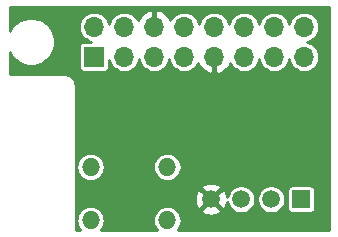
<source format=gbl>
G04 #@! TF.GenerationSoftware,KiCad,Pcbnew,(5.1.4)-1*
G04 #@! TF.CreationDate,2019-09-19T01:50:37+03:00*
G04 #@! TF.ProjectId,Project_2_RPI_HAT,50726f6a-6563-4745-9f32-5f5250495f48,v1*
G04 #@! TF.SameCoordinates,Original*
G04 #@! TF.FileFunction,Copper,L2,Bot*
G04 #@! TF.FilePolarity,Positive*
%FSLAX46Y46*%
G04 Gerber Fmt 4.6, Leading zero omitted, Abs format (unit mm)*
G04 Created by KiCad (PCBNEW (5.1.4)-1) date 2019-09-19 01:50:37*
%MOMM*%
%LPD*%
G04 APERTURE LIST*
%ADD10O,1.700000X1.700000*%
%ADD11R,1.700000X1.700000*%
%ADD12O,1.524000X1.524000*%
%ADD13R,1.500000X1.500000*%
%ADD14C,1.500000*%
%ADD15C,1.000000*%
%ADD16C,0.254000*%
G04 APERTURE END LIST*
D10*
X63754000Y-63881000D03*
X63754000Y-66421000D03*
X61214000Y-63881000D03*
X61214000Y-66421000D03*
X58674000Y-63881000D03*
X58674000Y-66421000D03*
X56134000Y-63881000D03*
X56134000Y-66421000D03*
X53594000Y-63881000D03*
X53594000Y-66421000D03*
X51054000Y-63881000D03*
X51054000Y-66421000D03*
X48514000Y-63881000D03*
X48514000Y-66421000D03*
X45974000Y-63881000D03*
D11*
X45974000Y-66421000D03*
D12*
X52171600Y-80264000D03*
X45669200Y-80264000D03*
X52171600Y-75742800D03*
X45669200Y-75742800D03*
D13*
X63500000Y-78486000D03*
D14*
X60960000Y-78486000D03*
X58420000Y-78486000D03*
X55880000Y-78486000D03*
D15*
X55880000Y-71221600D03*
X62103000Y-71196200D03*
D16*
G36*
X65794893Y-62185078D02*
G01*
X65803452Y-62187662D01*
X65811343Y-62191858D01*
X65818268Y-62197506D01*
X65823964Y-62204391D01*
X65828215Y-62212253D01*
X65830859Y-62220794D01*
X65834001Y-62250688D01*
X65834000Y-81003497D01*
X65830921Y-81034896D01*
X65828337Y-81043454D01*
X65824144Y-81051341D01*
X65818494Y-81058268D01*
X65811609Y-81063964D01*
X65803747Y-81068215D01*
X65795206Y-81070859D01*
X65765322Y-81074000D01*
X53055341Y-81074000D01*
X53171684Y-80932235D01*
X53282834Y-80724288D01*
X53351280Y-80498653D01*
X53374391Y-80264000D01*
X53351280Y-80029347D01*
X53282834Y-79803712D01*
X53171684Y-79595765D01*
X53022102Y-79413498D01*
X53018538Y-79410573D01*
X55064321Y-79410573D01*
X55125526Y-79655444D01*
X55368170Y-79780165D01*
X55630484Y-79855150D01*
X55902386Y-79877520D01*
X56173428Y-79846415D01*
X56433194Y-79763031D01*
X56634474Y-79655444D01*
X56695679Y-79410573D01*
X55880000Y-78594894D01*
X55064321Y-79410573D01*
X53018538Y-79410573D01*
X52839835Y-79263916D01*
X52631888Y-79152766D01*
X52406253Y-79084320D01*
X52230398Y-79067000D01*
X52112802Y-79067000D01*
X51936947Y-79084320D01*
X51711312Y-79152766D01*
X51503365Y-79263916D01*
X51321098Y-79413498D01*
X51171516Y-79595765D01*
X51060366Y-79803712D01*
X50991920Y-80029347D01*
X50968809Y-80264000D01*
X50991920Y-80498653D01*
X51060366Y-80724288D01*
X51171516Y-80932235D01*
X51287859Y-81074000D01*
X46552941Y-81074000D01*
X46669284Y-80932235D01*
X46780434Y-80724288D01*
X46848880Y-80498653D01*
X46871991Y-80264000D01*
X46848880Y-80029347D01*
X46780434Y-79803712D01*
X46669284Y-79595765D01*
X46519702Y-79413498D01*
X46337435Y-79263916D01*
X46129488Y-79152766D01*
X45903853Y-79084320D01*
X45727998Y-79067000D01*
X45610402Y-79067000D01*
X45434547Y-79084320D01*
X45208912Y-79152766D01*
X45000965Y-79263916D01*
X44818698Y-79413498D01*
X44669116Y-79595765D01*
X44557966Y-79803712D01*
X44489520Y-80029347D01*
X44466409Y-80264000D01*
X44489520Y-80498653D01*
X44557966Y-80724288D01*
X44669116Y-80932235D01*
X44785459Y-81074000D01*
X44472503Y-81074000D01*
X44441104Y-81070921D01*
X44432546Y-81068337D01*
X44424659Y-81064144D01*
X44417732Y-81058494D01*
X44412036Y-81051609D01*
X44407785Y-81043747D01*
X44405141Y-81035206D01*
X44402000Y-81005322D01*
X44402000Y-78508386D01*
X54488480Y-78508386D01*
X54519585Y-78779428D01*
X54602969Y-79039194D01*
X54710556Y-79240474D01*
X54955427Y-79301679D01*
X55771106Y-78486000D01*
X55988894Y-78486000D01*
X56804573Y-79301679D01*
X57049444Y-79240474D01*
X57174165Y-78997830D01*
X57249150Y-78735516D01*
X57252739Y-78691892D01*
X57280539Y-78831652D01*
X57369866Y-79047308D01*
X57499550Y-79241394D01*
X57664606Y-79406450D01*
X57858692Y-79536134D01*
X58074348Y-79625461D01*
X58303288Y-79671000D01*
X58536712Y-79671000D01*
X58765652Y-79625461D01*
X58981308Y-79536134D01*
X59175394Y-79406450D01*
X59340450Y-79241394D01*
X59470134Y-79047308D01*
X59559461Y-78831652D01*
X59605000Y-78602712D01*
X59605000Y-78369288D01*
X59775000Y-78369288D01*
X59775000Y-78602712D01*
X59820539Y-78831652D01*
X59909866Y-79047308D01*
X60039550Y-79241394D01*
X60204606Y-79406450D01*
X60398692Y-79536134D01*
X60614348Y-79625461D01*
X60843288Y-79671000D01*
X61076712Y-79671000D01*
X61305652Y-79625461D01*
X61521308Y-79536134D01*
X61715394Y-79406450D01*
X61880450Y-79241394D01*
X62010134Y-79047308D01*
X62099461Y-78831652D01*
X62145000Y-78602712D01*
X62145000Y-78369288D01*
X62099461Y-78140348D01*
X62010134Y-77924692D01*
X61884055Y-77736000D01*
X62312896Y-77736000D01*
X62312896Y-79236000D01*
X62321295Y-79321275D01*
X62346169Y-79403272D01*
X62386561Y-79478842D01*
X62440921Y-79545079D01*
X62507158Y-79599439D01*
X62582728Y-79639831D01*
X62664725Y-79664705D01*
X62750000Y-79673104D01*
X64250000Y-79673104D01*
X64335275Y-79664705D01*
X64417272Y-79639831D01*
X64492842Y-79599439D01*
X64559079Y-79545079D01*
X64613439Y-79478842D01*
X64653831Y-79403272D01*
X64678705Y-79321275D01*
X64687104Y-79236000D01*
X64687104Y-77736000D01*
X64678705Y-77650725D01*
X64653831Y-77568728D01*
X64613439Y-77493158D01*
X64559079Y-77426921D01*
X64492842Y-77372561D01*
X64417272Y-77332169D01*
X64335275Y-77307295D01*
X64250000Y-77298896D01*
X62750000Y-77298896D01*
X62664725Y-77307295D01*
X62582728Y-77332169D01*
X62507158Y-77372561D01*
X62440921Y-77426921D01*
X62386561Y-77493158D01*
X62346169Y-77568728D01*
X62321295Y-77650725D01*
X62312896Y-77736000D01*
X61884055Y-77736000D01*
X61880450Y-77730606D01*
X61715394Y-77565550D01*
X61521308Y-77435866D01*
X61305652Y-77346539D01*
X61076712Y-77301000D01*
X60843288Y-77301000D01*
X60614348Y-77346539D01*
X60398692Y-77435866D01*
X60204606Y-77565550D01*
X60039550Y-77730606D01*
X59909866Y-77924692D01*
X59820539Y-78140348D01*
X59775000Y-78369288D01*
X59605000Y-78369288D01*
X59559461Y-78140348D01*
X59470134Y-77924692D01*
X59340450Y-77730606D01*
X59175394Y-77565550D01*
X58981308Y-77435866D01*
X58765652Y-77346539D01*
X58536712Y-77301000D01*
X58303288Y-77301000D01*
X58074348Y-77346539D01*
X57858692Y-77435866D01*
X57664606Y-77565550D01*
X57499550Y-77730606D01*
X57369866Y-77924692D01*
X57280539Y-78140348D01*
X57251294Y-78287371D01*
X57240415Y-78192572D01*
X57157031Y-77932806D01*
X57049444Y-77731526D01*
X56804573Y-77670321D01*
X55988894Y-78486000D01*
X55771106Y-78486000D01*
X54955427Y-77670321D01*
X54710556Y-77731526D01*
X54585835Y-77974170D01*
X54510850Y-78236484D01*
X54488480Y-78508386D01*
X44402000Y-78508386D01*
X44402000Y-77561427D01*
X55064321Y-77561427D01*
X55880000Y-78377106D01*
X56695679Y-77561427D01*
X56634474Y-77316556D01*
X56391830Y-77191835D01*
X56129516Y-77116850D01*
X55857614Y-77094480D01*
X55586572Y-77125585D01*
X55326806Y-77208969D01*
X55125526Y-77316556D01*
X55064321Y-77561427D01*
X44402000Y-77561427D01*
X44402000Y-75742800D01*
X44466409Y-75742800D01*
X44489520Y-75977453D01*
X44557966Y-76203088D01*
X44669116Y-76411035D01*
X44818698Y-76593302D01*
X45000965Y-76742884D01*
X45208912Y-76854034D01*
X45434547Y-76922480D01*
X45610402Y-76939800D01*
X45727998Y-76939800D01*
X45903853Y-76922480D01*
X46129488Y-76854034D01*
X46337435Y-76742884D01*
X46519702Y-76593302D01*
X46669284Y-76411035D01*
X46780434Y-76203088D01*
X46848880Y-75977453D01*
X46871991Y-75742800D01*
X50968809Y-75742800D01*
X50991920Y-75977453D01*
X51060366Y-76203088D01*
X51171516Y-76411035D01*
X51321098Y-76593302D01*
X51503365Y-76742884D01*
X51711312Y-76854034D01*
X51936947Y-76922480D01*
X52112802Y-76939800D01*
X52230398Y-76939800D01*
X52406253Y-76922480D01*
X52631888Y-76854034D01*
X52839835Y-76742884D01*
X53022102Y-76593302D01*
X53171684Y-76411035D01*
X53282834Y-76203088D01*
X53351280Y-75977453D01*
X53374391Y-75742800D01*
X53351280Y-75508147D01*
X53282834Y-75282512D01*
X53171684Y-75074565D01*
X53022102Y-74892298D01*
X52839835Y-74742716D01*
X52631888Y-74631566D01*
X52406253Y-74563120D01*
X52230398Y-74545800D01*
X52112802Y-74545800D01*
X51936947Y-74563120D01*
X51711312Y-74631566D01*
X51503365Y-74742716D01*
X51321098Y-74892298D01*
X51171516Y-75074565D01*
X51060366Y-75282512D01*
X50991920Y-75508147D01*
X50968809Y-75742800D01*
X46871991Y-75742800D01*
X46848880Y-75508147D01*
X46780434Y-75282512D01*
X46669284Y-75074565D01*
X46519702Y-74892298D01*
X46337435Y-74742716D01*
X46129488Y-74631566D01*
X45903853Y-74563120D01*
X45727998Y-74545800D01*
X45610402Y-74545800D01*
X45434547Y-74563120D01*
X45208912Y-74631566D01*
X45000965Y-74742716D01*
X44818698Y-74892298D01*
X44669116Y-75074565D01*
X44557966Y-75282512D01*
X44489520Y-75508147D01*
X44466409Y-75742800D01*
X44402000Y-75742800D01*
X44402000Y-68811410D01*
X44400073Y-68791841D01*
X44400094Y-68788761D01*
X44399468Y-68782368D01*
X44389104Y-68683767D01*
X44380724Y-68642944D01*
X44372908Y-68601974D01*
X44371052Y-68595825D01*
X44341734Y-68501115D01*
X44325572Y-68462668D01*
X44309960Y-68424028D01*
X44306945Y-68418356D01*
X44259790Y-68331144D01*
X44236467Y-68296566D01*
X44213646Y-68261692D01*
X44209587Y-68256715D01*
X44146390Y-68180323D01*
X44116843Y-68150982D01*
X44087637Y-68121158D01*
X44082688Y-68117064D01*
X44005857Y-68054402D01*
X43971131Y-68031330D01*
X43936729Y-68007775D01*
X43931079Y-68004720D01*
X43843540Y-67958175D01*
X43805012Y-67942295D01*
X43766675Y-67925864D01*
X43760539Y-67923964D01*
X43665626Y-67895308D01*
X43624760Y-67887217D01*
X43583948Y-67878542D01*
X43577560Y-67877870D01*
X43478889Y-67868195D01*
X43478875Y-67868195D01*
X43456590Y-67866000D01*
X38884503Y-67866000D01*
X38853104Y-67862921D01*
X38844546Y-67860337D01*
X38836659Y-67856144D01*
X38829732Y-67850494D01*
X38824036Y-67843609D01*
X38819785Y-67835747D01*
X38817141Y-67827206D01*
X38814000Y-67797322D01*
X38814000Y-66058892D01*
X38837103Y-66114668D01*
X39059748Y-66447879D01*
X39343121Y-66731252D01*
X39676332Y-66953897D01*
X40046576Y-67107257D01*
X40439625Y-67185439D01*
X40840375Y-67185439D01*
X41233424Y-67107257D01*
X41603668Y-66953897D01*
X41936879Y-66731252D01*
X42220252Y-66447879D01*
X42442897Y-66114668D01*
X42596257Y-65744424D01*
X42674439Y-65351375D01*
X42674439Y-64950625D01*
X42596257Y-64557576D01*
X42442897Y-64187332D01*
X42238213Y-63881000D01*
X44682783Y-63881000D01*
X44707593Y-64132904D01*
X44781071Y-64375127D01*
X44900392Y-64598362D01*
X45060972Y-64794028D01*
X45256638Y-64954608D01*
X45479873Y-65073929D01*
X45677556Y-65133896D01*
X45124000Y-65133896D01*
X45038725Y-65142295D01*
X44956728Y-65167169D01*
X44881158Y-65207561D01*
X44814921Y-65261921D01*
X44760561Y-65328158D01*
X44720169Y-65403728D01*
X44695295Y-65485725D01*
X44686896Y-65571000D01*
X44686896Y-67271000D01*
X44695295Y-67356275D01*
X44720169Y-67438272D01*
X44760561Y-67513842D01*
X44814921Y-67580079D01*
X44881158Y-67634439D01*
X44956728Y-67674831D01*
X45038725Y-67699705D01*
X45124000Y-67708104D01*
X46824000Y-67708104D01*
X46909275Y-67699705D01*
X46991272Y-67674831D01*
X47066842Y-67634439D01*
X47133079Y-67580079D01*
X47187439Y-67513842D01*
X47227831Y-67438272D01*
X47252705Y-67356275D01*
X47261104Y-67271000D01*
X47261104Y-66717444D01*
X47321071Y-66915127D01*
X47440392Y-67138362D01*
X47600972Y-67334028D01*
X47796638Y-67494608D01*
X48019873Y-67613929D01*
X48262096Y-67687407D01*
X48450877Y-67706000D01*
X48577123Y-67706000D01*
X48765904Y-67687407D01*
X49008127Y-67613929D01*
X49231362Y-67494608D01*
X49427028Y-67334028D01*
X49587608Y-67138362D01*
X49706929Y-66915127D01*
X49780407Y-66672904D01*
X49784000Y-66636423D01*
X49787593Y-66672904D01*
X49861071Y-66915127D01*
X49980392Y-67138362D01*
X50140972Y-67334028D01*
X50336638Y-67494608D01*
X50559873Y-67613929D01*
X50802096Y-67687407D01*
X50990877Y-67706000D01*
X51117123Y-67706000D01*
X51305904Y-67687407D01*
X51548127Y-67613929D01*
X51771362Y-67494608D01*
X51967028Y-67334028D01*
X52127608Y-67138362D01*
X52246929Y-66915127D01*
X52320407Y-66672904D01*
X52324000Y-66636423D01*
X52327593Y-66672904D01*
X52401071Y-66915127D01*
X52520392Y-67138362D01*
X52680972Y-67334028D01*
X52876638Y-67494608D01*
X53099873Y-67613929D01*
X53342096Y-67687407D01*
X53530877Y-67706000D01*
X53657123Y-67706000D01*
X53845904Y-67687407D01*
X54088127Y-67613929D01*
X54311362Y-67494608D01*
X54507028Y-67334028D01*
X54667608Y-67138362D01*
X54757676Y-66969856D01*
X54769309Y-67006534D01*
X54909763Y-67261521D01*
X55097264Y-67484207D01*
X55324606Y-67666035D01*
X55583053Y-67800017D01*
X55825955Y-67873698D01*
X56057000Y-67745013D01*
X56057000Y-66498000D01*
X56037000Y-66498000D01*
X56037000Y-66344000D01*
X56057000Y-66344000D01*
X56057000Y-66324000D01*
X56211000Y-66324000D01*
X56211000Y-66344000D01*
X56231000Y-66344000D01*
X56231000Y-66498000D01*
X56211000Y-66498000D01*
X56211000Y-67745013D01*
X56442045Y-67873698D01*
X56684947Y-67800017D01*
X56943394Y-67666035D01*
X57170736Y-67484207D01*
X57358237Y-67261521D01*
X57498691Y-67006534D01*
X57510324Y-66969856D01*
X57600392Y-67138362D01*
X57760972Y-67334028D01*
X57956638Y-67494608D01*
X58179873Y-67613929D01*
X58422096Y-67687407D01*
X58610877Y-67706000D01*
X58737123Y-67706000D01*
X58925904Y-67687407D01*
X59168127Y-67613929D01*
X59391362Y-67494608D01*
X59587028Y-67334028D01*
X59747608Y-67138362D01*
X59866929Y-66915127D01*
X59940407Y-66672904D01*
X59944000Y-66636423D01*
X59947593Y-66672904D01*
X60021071Y-66915127D01*
X60140392Y-67138362D01*
X60300972Y-67334028D01*
X60496638Y-67494608D01*
X60719873Y-67613929D01*
X60962096Y-67687407D01*
X61150877Y-67706000D01*
X61277123Y-67706000D01*
X61465904Y-67687407D01*
X61708127Y-67613929D01*
X61931362Y-67494608D01*
X62127028Y-67334028D01*
X62287608Y-67138362D01*
X62406929Y-66915127D01*
X62480407Y-66672904D01*
X62484000Y-66636423D01*
X62487593Y-66672904D01*
X62561071Y-66915127D01*
X62680392Y-67138362D01*
X62840972Y-67334028D01*
X63036638Y-67494608D01*
X63259873Y-67613929D01*
X63502096Y-67687407D01*
X63690877Y-67706000D01*
X63817123Y-67706000D01*
X64005904Y-67687407D01*
X64248127Y-67613929D01*
X64471362Y-67494608D01*
X64667028Y-67334028D01*
X64827608Y-67138362D01*
X64946929Y-66915127D01*
X65020407Y-66672904D01*
X65045217Y-66421000D01*
X65020407Y-66169096D01*
X64946929Y-65926873D01*
X64827608Y-65703638D01*
X64667028Y-65507972D01*
X64471362Y-65347392D01*
X64248127Y-65228071D01*
X64005904Y-65154593D01*
X63969423Y-65151000D01*
X64005904Y-65147407D01*
X64248127Y-65073929D01*
X64471362Y-64954608D01*
X64667028Y-64794028D01*
X64827608Y-64598362D01*
X64946929Y-64375127D01*
X65020407Y-64132904D01*
X65045217Y-63881000D01*
X65020407Y-63629096D01*
X64946929Y-63386873D01*
X64827608Y-63163638D01*
X64667028Y-62967972D01*
X64471362Y-62807392D01*
X64248127Y-62688071D01*
X64005904Y-62614593D01*
X63817123Y-62596000D01*
X63690877Y-62596000D01*
X63502096Y-62614593D01*
X63259873Y-62688071D01*
X63036638Y-62807392D01*
X62840972Y-62967972D01*
X62680392Y-63163638D01*
X62561071Y-63386873D01*
X62487593Y-63629096D01*
X62484000Y-63665577D01*
X62480407Y-63629096D01*
X62406929Y-63386873D01*
X62287608Y-63163638D01*
X62127028Y-62967972D01*
X61931362Y-62807392D01*
X61708127Y-62688071D01*
X61465904Y-62614593D01*
X61277123Y-62596000D01*
X61150877Y-62596000D01*
X60962096Y-62614593D01*
X60719873Y-62688071D01*
X60496638Y-62807392D01*
X60300972Y-62967972D01*
X60140392Y-63163638D01*
X60021071Y-63386873D01*
X59947593Y-63629096D01*
X59944000Y-63665577D01*
X59940407Y-63629096D01*
X59866929Y-63386873D01*
X59747608Y-63163638D01*
X59587028Y-62967972D01*
X59391362Y-62807392D01*
X59168127Y-62688071D01*
X58925904Y-62614593D01*
X58737123Y-62596000D01*
X58610877Y-62596000D01*
X58422096Y-62614593D01*
X58179873Y-62688071D01*
X57956638Y-62807392D01*
X57760972Y-62967972D01*
X57600392Y-63163638D01*
X57481071Y-63386873D01*
X57407593Y-63629096D01*
X57404000Y-63665577D01*
X57400407Y-63629096D01*
X57326929Y-63386873D01*
X57207608Y-63163638D01*
X57047028Y-62967972D01*
X56851362Y-62807392D01*
X56628127Y-62688071D01*
X56385904Y-62614593D01*
X56197123Y-62596000D01*
X56070877Y-62596000D01*
X55882096Y-62614593D01*
X55639873Y-62688071D01*
X55416638Y-62807392D01*
X55220972Y-62967972D01*
X55060392Y-63163638D01*
X54941071Y-63386873D01*
X54867593Y-63629096D01*
X54864000Y-63665577D01*
X54860407Y-63629096D01*
X54786929Y-63386873D01*
X54667608Y-63163638D01*
X54507028Y-62967972D01*
X54311362Y-62807392D01*
X54088127Y-62688071D01*
X53845904Y-62614593D01*
X53657123Y-62596000D01*
X53530877Y-62596000D01*
X53342096Y-62614593D01*
X53099873Y-62688071D01*
X52876638Y-62807392D01*
X52680972Y-62967972D01*
X52520392Y-63163638D01*
X52430324Y-63332144D01*
X52418691Y-63295466D01*
X52278237Y-63040479D01*
X52090736Y-62817793D01*
X51863394Y-62635965D01*
X51604947Y-62501983D01*
X51362045Y-62428302D01*
X51131000Y-62556987D01*
X51131000Y-63804000D01*
X51151000Y-63804000D01*
X51151000Y-63958000D01*
X51131000Y-63958000D01*
X51131000Y-63978000D01*
X50977000Y-63978000D01*
X50977000Y-63958000D01*
X50957000Y-63958000D01*
X50957000Y-63804000D01*
X50977000Y-63804000D01*
X50977000Y-62556987D01*
X50745955Y-62428302D01*
X50503053Y-62501983D01*
X50244606Y-62635965D01*
X50017264Y-62817793D01*
X49829763Y-63040479D01*
X49689309Y-63295466D01*
X49677676Y-63332144D01*
X49587608Y-63163638D01*
X49427028Y-62967972D01*
X49231362Y-62807392D01*
X49008127Y-62688071D01*
X48765904Y-62614593D01*
X48577123Y-62596000D01*
X48450877Y-62596000D01*
X48262096Y-62614593D01*
X48019873Y-62688071D01*
X47796638Y-62807392D01*
X47600972Y-62967972D01*
X47440392Y-63163638D01*
X47321071Y-63386873D01*
X47247593Y-63629096D01*
X47244000Y-63665577D01*
X47240407Y-63629096D01*
X47166929Y-63386873D01*
X47047608Y-63163638D01*
X46887028Y-62967972D01*
X46691362Y-62807392D01*
X46468127Y-62688071D01*
X46225904Y-62614593D01*
X46037123Y-62596000D01*
X45910877Y-62596000D01*
X45722096Y-62614593D01*
X45479873Y-62688071D01*
X45256638Y-62807392D01*
X45060972Y-62967972D01*
X44900392Y-63163638D01*
X44781071Y-63386873D01*
X44707593Y-63629096D01*
X44682783Y-63881000D01*
X42238213Y-63881000D01*
X42220252Y-63854121D01*
X41936879Y-63570748D01*
X41603668Y-63348103D01*
X41233424Y-63194743D01*
X40840375Y-63116561D01*
X40439625Y-63116561D01*
X40046576Y-63194743D01*
X39676332Y-63348103D01*
X39343121Y-63570748D01*
X39059748Y-63854121D01*
X38837103Y-64187332D01*
X38814000Y-64243108D01*
X38814000Y-62252501D01*
X38817078Y-62221107D01*
X38819662Y-62212548D01*
X38823858Y-62204657D01*
X38829506Y-62197732D01*
X38836391Y-62192036D01*
X38844253Y-62187785D01*
X38852794Y-62185141D01*
X38882678Y-62182000D01*
X65763499Y-62182000D01*
X65794893Y-62185078D01*
X65794893Y-62185078D01*
G37*
X65794893Y-62185078D02*
X65803452Y-62187662D01*
X65811343Y-62191858D01*
X65818268Y-62197506D01*
X65823964Y-62204391D01*
X65828215Y-62212253D01*
X65830859Y-62220794D01*
X65834001Y-62250688D01*
X65834000Y-81003497D01*
X65830921Y-81034896D01*
X65828337Y-81043454D01*
X65824144Y-81051341D01*
X65818494Y-81058268D01*
X65811609Y-81063964D01*
X65803747Y-81068215D01*
X65795206Y-81070859D01*
X65765322Y-81074000D01*
X53055341Y-81074000D01*
X53171684Y-80932235D01*
X53282834Y-80724288D01*
X53351280Y-80498653D01*
X53374391Y-80264000D01*
X53351280Y-80029347D01*
X53282834Y-79803712D01*
X53171684Y-79595765D01*
X53022102Y-79413498D01*
X53018538Y-79410573D01*
X55064321Y-79410573D01*
X55125526Y-79655444D01*
X55368170Y-79780165D01*
X55630484Y-79855150D01*
X55902386Y-79877520D01*
X56173428Y-79846415D01*
X56433194Y-79763031D01*
X56634474Y-79655444D01*
X56695679Y-79410573D01*
X55880000Y-78594894D01*
X55064321Y-79410573D01*
X53018538Y-79410573D01*
X52839835Y-79263916D01*
X52631888Y-79152766D01*
X52406253Y-79084320D01*
X52230398Y-79067000D01*
X52112802Y-79067000D01*
X51936947Y-79084320D01*
X51711312Y-79152766D01*
X51503365Y-79263916D01*
X51321098Y-79413498D01*
X51171516Y-79595765D01*
X51060366Y-79803712D01*
X50991920Y-80029347D01*
X50968809Y-80264000D01*
X50991920Y-80498653D01*
X51060366Y-80724288D01*
X51171516Y-80932235D01*
X51287859Y-81074000D01*
X46552941Y-81074000D01*
X46669284Y-80932235D01*
X46780434Y-80724288D01*
X46848880Y-80498653D01*
X46871991Y-80264000D01*
X46848880Y-80029347D01*
X46780434Y-79803712D01*
X46669284Y-79595765D01*
X46519702Y-79413498D01*
X46337435Y-79263916D01*
X46129488Y-79152766D01*
X45903853Y-79084320D01*
X45727998Y-79067000D01*
X45610402Y-79067000D01*
X45434547Y-79084320D01*
X45208912Y-79152766D01*
X45000965Y-79263916D01*
X44818698Y-79413498D01*
X44669116Y-79595765D01*
X44557966Y-79803712D01*
X44489520Y-80029347D01*
X44466409Y-80264000D01*
X44489520Y-80498653D01*
X44557966Y-80724288D01*
X44669116Y-80932235D01*
X44785459Y-81074000D01*
X44472503Y-81074000D01*
X44441104Y-81070921D01*
X44432546Y-81068337D01*
X44424659Y-81064144D01*
X44417732Y-81058494D01*
X44412036Y-81051609D01*
X44407785Y-81043747D01*
X44405141Y-81035206D01*
X44402000Y-81005322D01*
X44402000Y-78508386D01*
X54488480Y-78508386D01*
X54519585Y-78779428D01*
X54602969Y-79039194D01*
X54710556Y-79240474D01*
X54955427Y-79301679D01*
X55771106Y-78486000D01*
X55988894Y-78486000D01*
X56804573Y-79301679D01*
X57049444Y-79240474D01*
X57174165Y-78997830D01*
X57249150Y-78735516D01*
X57252739Y-78691892D01*
X57280539Y-78831652D01*
X57369866Y-79047308D01*
X57499550Y-79241394D01*
X57664606Y-79406450D01*
X57858692Y-79536134D01*
X58074348Y-79625461D01*
X58303288Y-79671000D01*
X58536712Y-79671000D01*
X58765652Y-79625461D01*
X58981308Y-79536134D01*
X59175394Y-79406450D01*
X59340450Y-79241394D01*
X59470134Y-79047308D01*
X59559461Y-78831652D01*
X59605000Y-78602712D01*
X59605000Y-78369288D01*
X59775000Y-78369288D01*
X59775000Y-78602712D01*
X59820539Y-78831652D01*
X59909866Y-79047308D01*
X60039550Y-79241394D01*
X60204606Y-79406450D01*
X60398692Y-79536134D01*
X60614348Y-79625461D01*
X60843288Y-79671000D01*
X61076712Y-79671000D01*
X61305652Y-79625461D01*
X61521308Y-79536134D01*
X61715394Y-79406450D01*
X61880450Y-79241394D01*
X62010134Y-79047308D01*
X62099461Y-78831652D01*
X62145000Y-78602712D01*
X62145000Y-78369288D01*
X62099461Y-78140348D01*
X62010134Y-77924692D01*
X61884055Y-77736000D01*
X62312896Y-77736000D01*
X62312896Y-79236000D01*
X62321295Y-79321275D01*
X62346169Y-79403272D01*
X62386561Y-79478842D01*
X62440921Y-79545079D01*
X62507158Y-79599439D01*
X62582728Y-79639831D01*
X62664725Y-79664705D01*
X62750000Y-79673104D01*
X64250000Y-79673104D01*
X64335275Y-79664705D01*
X64417272Y-79639831D01*
X64492842Y-79599439D01*
X64559079Y-79545079D01*
X64613439Y-79478842D01*
X64653831Y-79403272D01*
X64678705Y-79321275D01*
X64687104Y-79236000D01*
X64687104Y-77736000D01*
X64678705Y-77650725D01*
X64653831Y-77568728D01*
X64613439Y-77493158D01*
X64559079Y-77426921D01*
X64492842Y-77372561D01*
X64417272Y-77332169D01*
X64335275Y-77307295D01*
X64250000Y-77298896D01*
X62750000Y-77298896D01*
X62664725Y-77307295D01*
X62582728Y-77332169D01*
X62507158Y-77372561D01*
X62440921Y-77426921D01*
X62386561Y-77493158D01*
X62346169Y-77568728D01*
X62321295Y-77650725D01*
X62312896Y-77736000D01*
X61884055Y-77736000D01*
X61880450Y-77730606D01*
X61715394Y-77565550D01*
X61521308Y-77435866D01*
X61305652Y-77346539D01*
X61076712Y-77301000D01*
X60843288Y-77301000D01*
X60614348Y-77346539D01*
X60398692Y-77435866D01*
X60204606Y-77565550D01*
X60039550Y-77730606D01*
X59909866Y-77924692D01*
X59820539Y-78140348D01*
X59775000Y-78369288D01*
X59605000Y-78369288D01*
X59559461Y-78140348D01*
X59470134Y-77924692D01*
X59340450Y-77730606D01*
X59175394Y-77565550D01*
X58981308Y-77435866D01*
X58765652Y-77346539D01*
X58536712Y-77301000D01*
X58303288Y-77301000D01*
X58074348Y-77346539D01*
X57858692Y-77435866D01*
X57664606Y-77565550D01*
X57499550Y-77730606D01*
X57369866Y-77924692D01*
X57280539Y-78140348D01*
X57251294Y-78287371D01*
X57240415Y-78192572D01*
X57157031Y-77932806D01*
X57049444Y-77731526D01*
X56804573Y-77670321D01*
X55988894Y-78486000D01*
X55771106Y-78486000D01*
X54955427Y-77670321D01*
X54710556Y-77731526D01*
X54585835Y-77974170D01*
X54510850Y-78236484D01*
X54488480Y-78508386D01*
X44402000Y-78508386D01*
X44402000Y-77561427D01*
X55064321Y-77561427D01*
X55880000Y-78377106D01*
X56695679Y-77561427D01*
X56634474Y-77316556D01*
X56391830Y-77191835D01*
X56129516Y-77116850D01*
X55857614Y-77094480D01*
X55586572Y-77125585D01*
X55326806Y-77208969D01*
X55125526Y-77316556D01*
X55064321Y-77561427D01*
X44402000Y-77561427D01*
X44402000Y-75742800D01*
X44466409Y-75742800D01*
X44489520Y-75977453D01*
X44557966Y-76203088D01*
X44669116Y-76411035D01*
X44818698Y-76593302D01*
X45000965Y-76742884D01*
X45208912Y-76854034D01*
X45434547Y-76922480D01*
X45610402Y-76939800D01*
X45727998Y-76939800D01*
X45903853Y-76922480D01*
X46129488Y-76854034D01*
X46337435Y-76742884D01*
X46519702Y-76593302D01*
X46669284Y-76411035D01*
X46780434Y-76203088D01*
X46848880Y-75977453D01*
X46871991Y-75742800D01*
X50968809Y-75742800D01*
X50991920Y-75977453D01*
X51060366Y-76203088D01*
X51171516Y-76411035D01*
X51321098Y-76593302D01*
X51503365Y-76742884D01*
X51711312Y-76854034D01*
X51936947Y-76922480D01*
X52112802Y-76939800D01*
X52230398Y-76939800D01*
X52406253Y-76922480D01*
X52631888Y-76854034D01*
X52839835Y-76742884D01*
X53022102Y-76593302D01*
X53171684Y-76411035D01*
X53282834Y-76203088D01*
X53351280Y-75977453D01*
X53374391Y-75742800D01*
X53351280Y-75508147D01*
X53282834Y-75282512D01*
X53171684Y-75074565D01*
X53022102Y-74892298D01*
X52839835Y-74742716D01*
X52631888Y-74631566D01*
X52406253Y-74563120D01*
X52230398Y-74545800D01*
X52112802Y-74545800D01*
X51936947Y-74563120D01*
X51711312Y-74631566D01*
X51503365Y-74742716D01*
X51321098Y-74892298D01*
X51171516Y-75074565D01*
X51060366Y-75282512D01*
X50991920Y-75508147D01*
X50968809Y-75742800D01*
X46871991Y-75742800D01*
X46848880Y-75508147D01*
X46780434Y-75282512D01*
X46669284Y-75074565D01*
X46519702Y-74892298D01*
X46337435Y-74742716D01*
X46129488Y-74631566D01*
X45903853Y-74563120D01*
X45727998Y-74545800D01*
X45610402Y-74545800D01*
X45434547Y-74563120D01*
X45208912Y-74631566D01*
X45000965Y-74742716D01*
X44818698Y-74892298D01*
X44669116Y-75074565D01*
X44557966Y-75282512D01*
X44489520Y-75508147D01*
X44466409Y-75742800D01*
X44402000Y-75742800D01*
X44402000Y-68811410D01*
X44400073Y-68791841D01*
X44400094Y-68788761D01*
X44399468Y-68782368D01*
X44389104Y-68683767D01*
X44380724Y-68642944D01*
X44372908Y-68601974D01*
X44371052Y-68595825D01*
X44341734Y-68501115D01*
X44325572Y-68462668D01*
X44309960Y-68424028D01*
X44306945Y-68418356D01*
X44259790Y-68331144D01*
X44236467Y-68296566D01*
X44213646Y-68261692D01*
X44209587Y-68256715D01*
X44146390Y-68180323D01*
X44116843Y-68150982D01*
X44087637Y-68121158D01*
X44082688Y-68117064D01*
X44005857Y-68054402D01*
X43971131Y-68031330D01*
X43936729Y-68007775D01*
X43931079Y-68004720D01*
X43843540Y-67958175D01*
X43805012Y-67942295D01*
X43766675Y-67925864D01*
X43760539Y-67923964D01*
X43665626Y-67895308D01*
X43624760Y-67887217D01*
X43583948Y-67878542D01*
X43577560Y-67877870D01*
X43478889Y-67868195D01*
X43478875Y-67868195D01*
X43456590Y-67866000D01*
X38884503Y-67866000D01*
X38853104Y-67862921D01*
X38844546Y-67860337D01*
X38836659Y-67856144D01*
X38829732Y-67850494D01*
X38824036Y-67843609D01*
X38819785Y-67835747D01*
X38817141Y-67827206D01*
X38814000Y-67797322D01*
X38814000Y-66058892D01*
X38837103Y-66114668D01*
X39059748Y-66447879D01*
X39343121Y-66731252D01*
X39676332Y-66953897D01*
X40046576Y-67107257D01*
X40439625Y-67185439D01*
X40840375Y-67185439D01*
X41233424Y-67107257D01*
X41603668Y-66953897D01*
X41936879Y-66731252D01*
X42220252Y-66447879D01*
X42442897Y-66114668D01*
X42596257Y-65744424D01*
X42674439Y-65351375D01*
X42674439Y-64950625D01*
X42596257Y-64557576D01*
X42442897Y-64187332D01*
X42238213Y-63881000D01*
X44682783Y-63881000D01*
X44707593Y-64132904D01*
X44781071Y-64375127D01*
X44900392Y-64598362D01*
X45060972Y-64794028D01*
X45256638Y-64954608D01*
X45479873Y-65073929D01*
X45677556Y-65133896D01*
X45124000Y-65133896D01*
X45038725Y-65142295D01*
X44956728Y-65167169D01*
X44881158Y-65207561D01*
X44814921Y-65261921D01*
X44760561Y-65328158D01*
X44720169Y-65403728D01*
X44695295Y-65485725D01*
X44686896Y-65571000D01*
X44686896Y-67271000D01*
X44695295Y-67356275D01*
X44720169Y-67438272D01*
X44760561Y-67513842D01*
X44814921Y-67580079D01*
X44881158Y-67634439D01*
X44956728Y-67674831D01*
X45038725Y-67699705D01*
X45124000Y-67708104D01*
X46824000Y-67708104D01*
X46909275Y-67699705D01*
X46991272Y-67674831D01*
X47066842Y-67634439D01*
X47133079Y-67580079D01*
X47187439Y-67513842D01*
X47227831Y-67438272D01*
X47252705Y-67356275D01*
X47261104Y-67271000D01*
X47261104Y-66717444D01*
X47321071Y-66915127D01*
X47440392Y-67138362D01*
X47600972Y-67334028D01*
X47796638Y-67494608D01*
X48019873Y-67613929D01*
X48262096Y-67687407D01*
X48450877Y-67706000D01*
X48577123Y-67706000D01*
X48765904Y-67687407D01*
X49008127Y-67613929D01*
X49231362Y-67494608D01*
X49427028Y-67334028D01*
X49587608Y-67138362D01*
X49706929Y-66915127D01*
X49780407Y-66672904D01*
X49784000Y-66636423D01*
X49787593Y-66672904D01*
X49861071Y-66915127D01*
X49980392Y-67138362D01*
X50140972Y-67334028D01*
X50336638Y-67494608D01*
X50559873Y-67613929D01*
X50802096Y-67687407D01*
X50990877Y-67706000D01*
X51117123Y-67706000D01*
X51305904Y-67687407D01*
X51548127Y-67613929D01*
X51771362Y-67494608D01*
X51967028Y-67334028D01*
X52127608Y-67138362D01*
X52246929Y-66915127D01*
X52320407Y-66672904D01*
X52324000Y-66636423D01*
X52327593Y-66672904D01*
X52401071Y-66915127D01*
X52520392Y-67138362D01*
X52680972Y-67334028D01*
X52876638Y-67494608D01*
X53099873Y-67613929D01*
X53342096Y-67687407D01*
X53530877Y-67706000D01*
X53657123Y-67706000D01*
X53845904Y-67687407D01*
X54088127Y-67613929D01*
X54311362Y-67494608D01*
X54507028Y-67334028D01*
X54667608Y-67138362D01*
X54757676Y-66969856D01*
X54769309Y-67006534D01*
X54909763Y-67261521D01*
X55097264Y-67484207D01*
X55324606Y-67666035D01*
X55583053Y-67800017D01*
X55825955Y-67873698D01*
X56057000Y-67745013D01*
X56057000Y-66498000D01*
X56037000Y-66498000D01*
X56037000Y-66344000D01*
X56057000Y-66344000D01*
X56057000Y-66324000D01*
X56211000Y-66324000D01*
X56211000Y-66344000D01*
X56231000Y-66344000D01*
X56231000Y-66498000D01*
X56211000Y-66498000D01*
X56211000Y-67745013D01*
X56442045Y-67873698D01*
X56684947Y-67800017D01*
X56943394Y-67666035D01*
X57170736Y-67484207D01*
X57358237Y-67261521D01*
X57498691Y-67006534D01*
X57510324Y-66969856D01*
X57600392Y-67138362D01*
X57760972Y-67334028D01*
X57956638Y-67494608D01*
X58179873Y-67613929D01*
X58422096Y-67687407D01*
X58610877Y-67706000D01*
X58737123Y-67706000D01*
X58925904Y-67687407D01*
X59168127Y-67613929D01*
X59391362Y-67494608D01*
X59587028Y-67334028D01*
X59747608Y-67138362D01*
X59866929Y-66915127D01*
X59940407Y-66672904D01*
X59944000Y-66636423D01*
X59947593Y-66672904D01*
X60021071Y-66915127D01*
X60140392Y-67138362D01*
X60300972Y-67334028D01*
X60496638Y-67494608D01*
X60719873Y-67613929D01*
X60962096Y-67687407D01*
X61150877Y-67706000D01*
X61277123Y-67706000D01*
X61465904Y-67687407D01*
X61708127Y-67613929D01*
X61931362Y-67494608D01*
X62127028Y-67334028D01*
X62287608Y-67138362D01*
X62406929Y-66915127D01*
X62480407Y-66672904D01*
X62484000Y-66636423D01*
X62487593Y-66672904D01*
X62561071Y-66915127D01*
X62680392Y-67138362D01*
X62840972Y-67334028D01*
X63036638Y-67494608D01*
X63259873Y-67613929D01*
X63502096Y-67687407D01*
X63690877Y-67706000D01*
X63817123Y-67706000D01*
X64005904Y-67687407D01*
X64248127Y-67613929D01*
X64471362Y-67494608D01*
X64667028Y-67334028D01*
X64827608Y-67138362D01*
X64946929Y-66915127D01*
X65020407Y-66672904D01*
X65045217Y-66421000D01*
X65020407Y-66169096D01*
X64946929Y-65926873D01*
X64827608Y-65703638D01*
X64667028Y-65507972D01*
X64471362Y-65347392D01*
X64248127Y-65228071D01*
X64005904Y-65154593D01*
X63969423Y-65151000D01*
X64005904Y-65147407D01*
X64248127Y-65073929D01*
X64471362Y-64954608D01*
X64667028Y-64794028D01*
X64827608Y-64598362D01*
X64946929Y-64375127D01*
X65020407Y-64132904D01*
X65045217Y-63881000D01*
X65020407Y-63629096D01*
X64946929Y-63386873D01*
X64827608Y-63163638D01*
X64667028Y-62967972D01*
X64471362Y-62807392D01*
X64248127Y-62688071D01*
X64005904Y-62614593D01*
X63817123Y-62596000D01*
X63690877Y-62596000D01*
X63502096Y-62614593D01*
X63259873Y-62688071D01*
X63036638Y-62807392D01*
X62840972Y-62967972D01*
X62680392Y-63163638D01*
X62561071Y-63386873D01*
X62487593Y-63629096D01*
X62484000Y-63665577D01*
X62480407Y-63629096D01*
X62406929Y-63386873D01*
X62287608Y-63163638D01*
X62127028Y-62967972D01*
X61931362Y-62807392D01*
X61708127Y-62688071D01*
X61465904Y-62614593D01*
X61277123Y-62596000D01*
X61150877Y-62596000D01*
X60962096Y-62614593D01*
X60719873Y-62688071D01*
X60496638Y-62807392D01*
X60300972Y-62967972D01*
X60140392Y-63163638D01*
X60021071Y-63386873D01*
X59947593Y-63629096D01*
X59944000Y-63665577D01*
X59940407Y-63629096D01*
X59866929Y-63386873D01*
X59747608Y-63163638D01*
X59587028Y-62967972D01*
X59391362Y-62807392D01*
X59168127Y-62688071D01*
X58925904Y-62614593D01*
X58737123Y-62596000D01*
X58610877Y-62596000D01*
X58422096Y-62614593D01*
X58179873Y-62688071D01*
X57956638Y-62807392D01*
X57760972Y-62967972D01*
X57600392Y-63163638D01*
X57481071Y-63386873D01*
X57407593Y-63629096D01*
X57404000Y-63665577D01*
X57400407Y-63629096D01*
X57326929Y-63386873D01*
X57207608Y-63163638D01*
X57047028Y-62967972D01*
X56851362Y-62807392D01*
X56628127Y-62688071D01*
X56385904Y-62614593D01*
X56197123Y-62596000D01*
X56070877Y-62596000D01*
X55882096Y-62614593D01*
X55639873Y-62688071D01*
X55416638Y-62807392D01*
X55220972Y-62967972D01*
X55060392Y-63163638D01*
X54941071Y-63386873D01*
X54867593Y-63629096D01*
X54864000Y-63665577D01*
X54860407Y-63629096D01*
X54786929Y-63386873D01*
X54667608Y-63163638D01*
X54507028Y-62967972D01*
X54311362Y-62807392D01*
X54088127Y-62688071D01*
X53845904Y-62614593D01*
X53657123Y-62596000D01*
X53530877Y-62596000D01*
X53342096Y-62614593D01*
X53099873Y-62688071D01*
X52876638Y-62807392D01*
X52680972Y-62967972D01*
X52520392Y-63163638D01*
X52430324Y-63332144D01*
X52418691Y-63295466D01*
X52278237Y-63040479D01*
X52090736Y-62817793D01*
X51863394Y-62635965D01*
X51604947Y-62501983D01*
X51362045Y-62428302D01*
X51131000Y-62556987D01*
X51131000Y-63804000D01*
X51151000Y-63804000D01*
X51151000Y-63958000D01*
X51131000Y-63958000D01*
X51131000Y-63978000D01*
X50977000Y-63978000D01*
X50977000Y-63958000D01*
X50957000Y-63958000D01*
X50957000Y-63804000D01*
X50977000Y-63804000D01*
X50977000Y-62556987D01*
X50745955Y-62428302D01*
X50503053Y-62501983D01*
X50244606Y-62635965D01*
X50017264Y-62817793D01*
X49829763Y-63040479D01*
X49689309Y-63295466D01*
X49677676Y-63332144D01*
X49587608Y-63163638D01*
X49427028Y-62967972D01*
X49231362Y-62807392D01*
X49008127Y-62688071D01*
X48765904Y-62614593D01*
X48577123Y-62596000D01*
X48450877Y-62596000D01*
X48262096Y-62614593D01*
X48019873Y-62688071D01*
X47796638Y-62807392D01*
X47600972Y-62967972D01*
X47440392Y-63163638D01*
X47321071Y-63386873D01*
X47247593Y-63629096D01*
X47244000Y-63665577D01*
X47240407Y-63629096D01*
X47166929Y-63386873D01*
X47047608Y-63163638D01*
X46887028Y-62967972D01*
X46691362Y-62807392D01*
X46468127Y-62688071D01*
X46225904Y-62614593D01*
X46037123Y-62596000D01*
X45910877Y-62596000D01*
X45722096Y-62614593D01*
X45479873Y-62688071D01*
X45256638Y-62807392D01*
X45060972Y-62967972D01*
X44900392Y-63163638D01*
X44781071Y-63386873D01*
X44707593Y-63629096D01*
X44682783Y-63881000D01*
X42238213Y-63881000D01*
X42220252Y-63854121D01*
X41936879Y-63570748D01*
X41603668Y-63348103D01*
X41233424Y-63194743D01*
X40840375Y-63116561D01*
X40439625Y-63116561D01*
X40046576Y-63194743D01*
X39676332Y-63348103D01*
X39343121Y-63570748D01*
X39059748Y-63854121D01*
X38837103Y-64187332D01*
X38814000Y-64243108D01*
X38814000Y-62252501D01*
X38817078Y-62221107D01*
X38819662Y-62212548D01*
X38823858Y-62204657D01*
X38829506Y-62197732D01*
X38836391Y-62192036D01*
X38844253Y-62187785D01*
X38852794Y-62185141D01*
X38882678Y-62182000D01*
X65763499Y-62182000D01*
X65794893Y-62185078D01*
M02*

</source>
